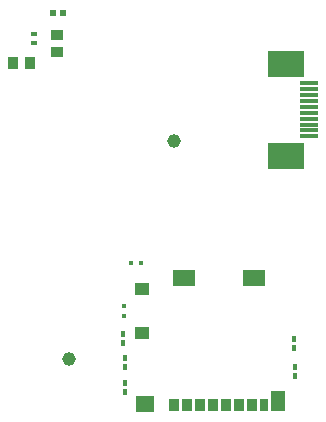
<source format=gbp>
G04*
G04 #@! TF.GenerationSoftware,Altium Limited,Altium Designer,21.6.4 (81)*
G04*
G04 Layer_Color=128*
%FSLAX24Y24*%
%MOIN*%
G70*
G04*
G04 #@! TF.SameCoordinates,8E317252-C3AD-47CA-8584-9DD6DEF08156*
G04*
G04*
G04 #@! TF.FilePolarity,Positive*
G04*
G01*
G75*
%ADD16C,0.0460*%
%ADD26R,0.0197X0.0157*%
%ADD28R,0.0242X0.0225*%
%ADD39R,0.0630X0.0120*%
%ADD40R,0.1230X0.0880*%
%ADD41R,0.0177X0.0177*%
%ADD66R,0.0177X0.0197*%
%ADD67R,0.0177X0.0177*%
%ADD68R,0.0335X0.0433*%
%ADD69R,0.0610X0.0531*%
%ADD70R,0.0461X0.0709*%
%ADD71R,0.0748X0.0531*%
%ADD72R,0.0472X0.0394*%
%ADD73R,0.0295X0.0433*%
%ADD74R,0.0374X0.0413*%
%ADD75R,0.0413X0.0374*%
D16*
X21554Y45451D02*
D03*
X18074Y38211D02*
D03*
D26*
X16900Y48720D02*
D03*
Y49035D02*
D03*
D28*
X17857Y49720D02*
D03*
X17520D02*
D03*
D39*
X26080Y47392D02*
D03*
Y47194D02*
D03*
Y46997D02*
D03*
Y46800D02*
D03*
Y46603D02*
D03*
Y46210D02*
D03*
Y45816D02*
D03*
Y46406D02*
D03*
Y46013D02*
D03*
Y45619D02*
D03*
D40*
X25300Y44970D02*
D03*
Y48040D02*
D03*
D41*
X19900Y39957D02*
D03*
Y39643D02*
D03*
D66*
X19920Y37408D02*
D03*
Y37112D02*
D03*
X19940Y38235D02*
D03*
Y37940D02*
D03*
X25580Y38552D02*
D03*
Y38848D02*
D03*
X25600Y37928D02*
D03*
Y37632D02*
D03*
X19880Y38732D02*
D03*
Y39028D02*
D03*
D67*
X20145Y41400D02*
D03*
X20460D02*
D03*
D68*
X22854Y36649D02*
D03*
X22421D02*
D03*
X24153D02*
D03*
X21988D02*
D03*
X23287D02*
D03*
X23720D02*
D03*
X21555D02*
D03*
D69*
X20586Y36698D02*
D03*
D70*
X25043Y36787D02*
D03*
D71*
X24246Y40911D02*
D03*
X21895D02*
D03*
D72*
X20517Y39070D02*
D03*
Y40527D02*
D03*
D73*
X24566Y36649D02*
D03*
D74*
X16785Y48060D02*
D03*
X16215D02*
D03*
D75*
X17680Y48415D02*
D03*
Y48985D02*
D03*
M02*

</source>
